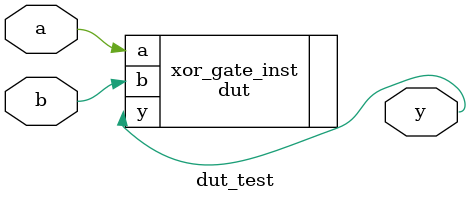
<source format=v>
module dut_test(
    input wire a,
    input wire b,
    output wire y
);
    dut xor_gate_inst(  // Corrected module instantiation
        .a(a),
        .b(b),
        .y(y)
    );

    initial begin  // Fixed 'initial' block syntax
        $dumpfile("waves.vcd");  // Corrected quotes
        $dumpvars(0, or_test);  // Fixed incorrect system task
    end
endmodule

</source>
